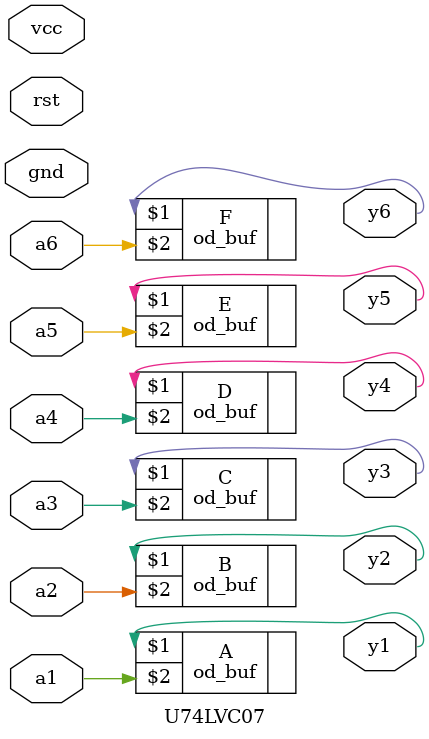
<source format=v>
`ifndef _AGC_PARTS_V_
`define _AGC_PARTS_V_

`include "components/nor_gates.v"
`include "components/buffers.v"

module U74HC04(a1, y1, a2, y2, a3, y3, gnd, y4, a4, y5, a5, y6, a6, vcc, rst);
    parameter ic1 = 0;
    parameter ic2 = 0;
    parameter ic3 = 0;
    parameter ic4 = 0;
    parameter ic5 = 0;
    parameter ic6 = 0;
    localparam delay = 9;
    input wire vcc, gnd, rst;
    input wire a1, a2, a3, a4, a5, a6;
    output wire y1, y2, y3, y4, y5, y6;

    nor1 #(delay, ic1) A(y1, a1, rst);
    nor1 #(delay, ic2) B(y2, a2, rst);
    nor1 #(delay, ic3) C(y3, a3, rst);
    nor1 #(delay, ic4) D(y4, a4, rst);
    nor1 #(delay, ic5) E(y5, a5, rst);
    nor1 #(delay, ic6) F(y6, a6, rst);
endmodule

module U74HC02(y1, a1, b1, y2, a2, b2, gnd, a3, b3, y3, a4, b4, y4, vcc, rst);
    parameter ic1 = 0;
    parameter ic2 = 0;
    parameter ic3 = 0;
    parameter ic4 = 0;
    localparam delay = 9;
    input wire vcc, gnd, rst;
    input wire a1, b1, a2, b2, a3, b3, a4, b4;
    output wire y1, y2, y3, y4;

    nor2 #(delay, ic1) A(y1, a1, b1, rst);
    nor2 #(delay, ic2) B(y2, a2, b2, rst);
    nor2 #(delay, ic3) C(y3, a3, b3, rst);
    nor2 #(delay, ic4) D(y4, a4, b4, rst);
endmodule

module U74HC27(a1, b1, a2, b2, c2, y2, gnd, y3, a3, b3, c3, y1, c1, vcc, rst);
    parameter ic1 = 0;
    parameter ic2 = 0;
    parameter ic3 = 0;
    localparam delay = 9;
    input wire vcc, gnd, rst;
    input wire a1, b1, c1, a2, b2, c2, a3, b3, c3;
    output wire y1, y2, y3;

    nor3 #(delay, ic1) A(y1, a1, b1, c1, rst);
    nor3 #(delay, ic2) B(y2, a2, b2, c2, rst);
    nor3 #(delay, ic3) C(y3, a3, b3, c3, rst);
endmodule

module U74LVC07(a1, y1, a2, y2, a3, y3, gnd, y4, a4, y5, a5, y6, a6, vcc, rst);
    localparam delay = 2;
    input wire vcc, gnd, rst;
    input wire a1, a2, a3, a4, a5, a6;
    output wire y1, y2, y3, y4, y5, y6;

    od_buf #(delay) A(y1, a1);
    od_buf #(delay) B(y2, a2);
    od_buf #(delay) C(y3, a3);
    od_buf #(delay) D(y4, a4);
    od_buf #(delay) E(y5, a5);
    od_buf #(delay) F(y6, a6);
endmodule

`endif

</source>
